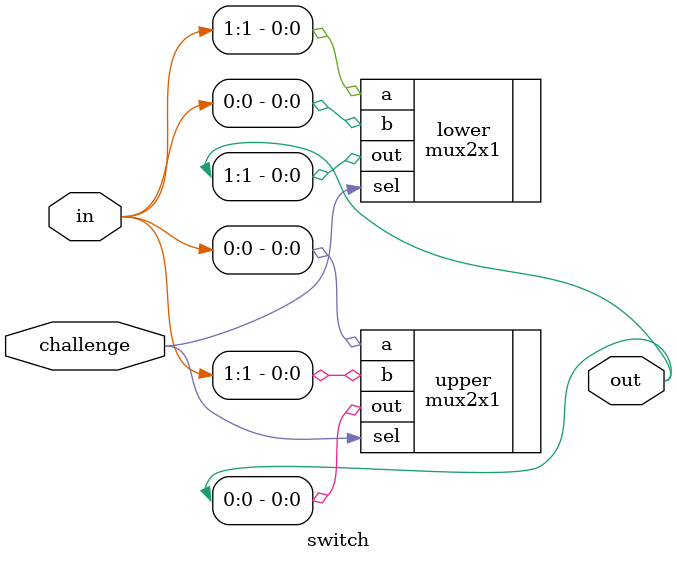
<source format=v>
module switch(
    input  wire [1:0] in,
    input  wire       challenge,
    output wire [1:0] out,
);

mux2x1 upper(.a(in[0]), .b(in[1]), .sel(challenge), .out(out[0]));
mux2x1 lower(.a(in[1]), .b(in[0]), .sel(challenge), .out(out[1]));

endmodule

</source>
